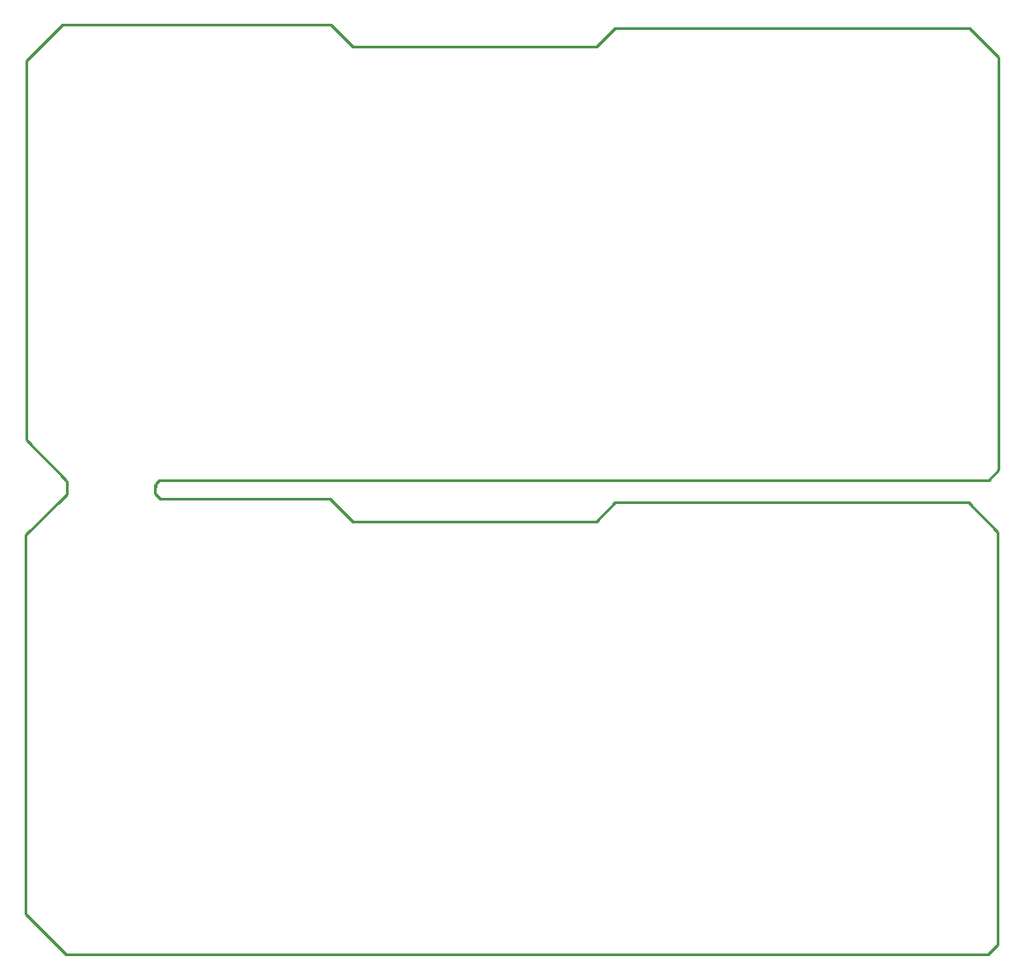
<source format=gko>
G04 Layer_Color=16711935*
%FSTAX24Y24*%
%MOIN*%
G70*
G01*
G75*
%ADD46C,0.0100*%
D46*
X01802Y047047D02*
X049437D01*
X017878Y046906D02*
X01802Y047047D01*
X017878Y046768D02*
Y046906D01*
X012953Y030587D02*
Y044957D01*
X012968Y048567D02*
Y062937D01*
X014346Y064315D02*
X018059D01*
X035295Y064165D02*
X048705D01*
X025362Y063461D02*
X034591D01*
X012968Y062937D02*
X014346Y064315D01*
X012968Y048567D02*
X014488Y047047D01*
X018059Y064315D02*
X024508D01*
X048705Y064165D02*
X049811Y063059D01*
X034591Y063461D02*
X035295Y064165D01*
X024508Y064315D02*
X025362Y063461D01*
X049437Y047047D02*
X049811Y047421D01*
Y063059D01*
X012953Y044957D02*
X014331Y046335D01*
X024492D02*
X025346Y04548D01*
X034575D01*
X03528Y046185D01*
X048689D01*
X049795Y045079D01*
Y029441D02*
Y045079D01*
X049421Y029067D02*
X049795Y029441D01*
X014472Y029067D02*
X049421D01*
X012953Y030587D02*
X014472Y029067D01*
X014508Y046512D02*
Y047D01*
X014331Y046335D02*
X014508Y046512D01*
X018043Y046335D02*
X024492D01*
X017854Y046524D02*
X018043Y046335D01*
X017854Y046524D02*
Y04687D01*
M02*

</source>
